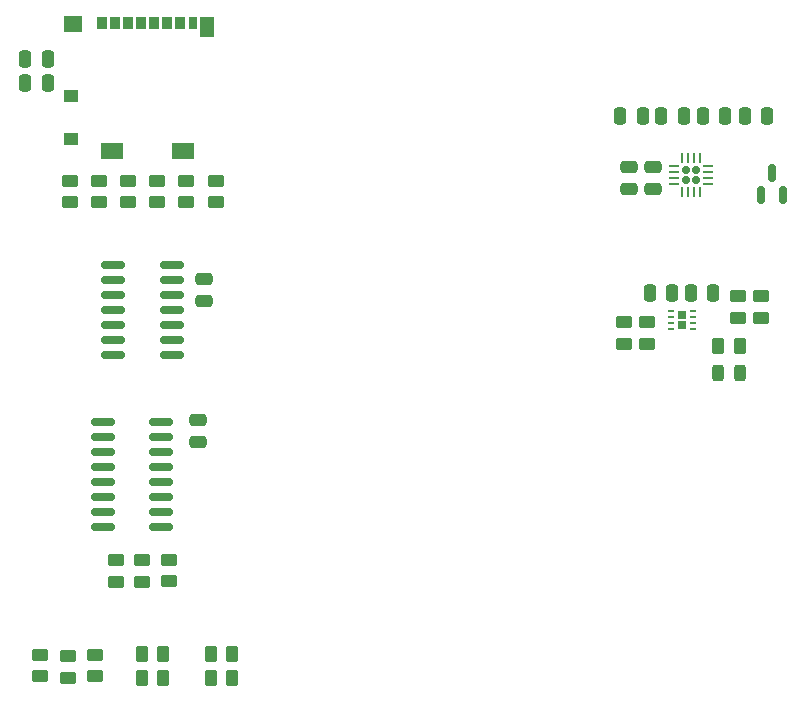
<source format=gtp>
%TF.GenerationSoftware,KiCad,Pcbnew,6.0.11-2627ca5db0~126~ubuntu22.04.1*%
%TF.CreationDate,2024-03-11T23:12:56-04:00*%
%TF.ProjectId,board,626f6172-642e-46b6-9963-61645f706362,rev?*%
%TF.SameCoordinates,Original*%
%TF.FileFunction,Paste,Top*%
%TF.FilePolarity,Positive*%
%FSLAX46Y46*%
G04 Gerber Fmt 4.6, Leading zero omitted, Abs format (unit mm)*
G04 Created by KiCad (PCBNEW 6.0.11-2627ca5db0~126~ubuntu22.04.1) date 2024-03-11 23:12:56*
%MOMM*%
%LPD*%
G01*
G04 APERTURE LIST*
G04 Aperture macros list*
%AMRoundRect*
0 Rectangle with rounded corners*
0 $1 Rounding radius*
0 $2 $3 $4 $5 $6 $7 $8 $9 X,Y pos of 4 corners*
0 Add a 4 corners polygon primitive as box body*
4,1,4,$2,$3,$4,$5,$6,$7,$8,$9,$2,$3,0*
0 Add four circle primitives for the rounded corners*
1,1,$1+$1,$2,$3*
1,1,$1+$1,$4,$5*
1,1,$1+$1,$6,$7*
1,1,$1+$1,$8,$9*
0 Add four rect primitives between the rounded corners*
20,1,$1+$1,$2,$3,$4,$5,0*
20,1,$1+$1,$4,$5,$6,$7,0*
20,1,$1+$1,$6,$7,$8,$9,0*
20,1,$1+$1,$8,$9,$2,$3,0*%
G04 Aperture macros list end*
%ADD10RoundRect,0.250000X-0.475000X0.250000X-0.475000X-0.250000X0.475000X-0.250000X0.475000X0.250000X0*%
%ADD11RoundRect,0.243750X-0.243750X-0.456250X0.243750X-0.456250X0.243750X0.456250X-0.243750X0.456250X0*%
%ADD12RoundRect,0.250000X-0.250000X-0.475000X0.250000X-0.475000X0.250000X0.475000X-0.250000X0.475000X0*%
%ADD13RoundRect,0.250000X-0.262500X-0.450000X0.262500X-0.450000X0.262500X0.450000X-0.262500X0.450000X0*%
%ADD14RoundRect,0.250000X0.450000X-0.262500X0.450000X0.262500X-0.450000X0.262500X-0.450000X-0.262500X0*%
%ADD15RoundRect,0.250000X-0.450000X0.262500X-0.450000X-0.262500X0.450000X-0.262500X0.450000X0.262500X0*%
%ADD16RoundRect,0.150000X0.150000X-0.587500X0.150000X0.587500X-0.150000X0.587500X-0.150000X-0.587500X0*%
%ADD17RoundRect,0.160000X-0.160000X-0.160000X0.160000X-0.160000X0.160000X0.160000X-0.160000X0.160000X0*%
%ADD18RoundRect,0.062500X-0.375000X-0.062500X0.375000X-0.062500X0.375000X0.062500X-0.375000X0.062500X0*%
%ADD19RoundRect,0.062500X-0.062500X-0.375000X0.062500X-0.375000X0.062500X0.375000X-0.062500X0.375000X0*%
%ADD20RoundRect,0.250000X0.250000X0.475000X-0.250000X0.475000X-0.250000X-0.475000X0.250000X-0.475000X0*%
%ADD21R,0.850000X1.100000*%
%ADD22R,0.750000X1.100000*%
%ADD23R,1.200000X1.000000*%
%ADD24R,1.900000X1.350000*%
%ADD25R,1.170000X1.800000*%
%ADD26R,1.550000X1.350000*%
%ADD27RoundRect,0.150000X-0.825000X-0.150000X0.825000X-0.150000X0.825000X0.150000X-0.825000X0.150000X0*%
%ADD28R,0.750000X0.650000*%
%ADD29R,0.500000X0.250000*%
G04 APERTURE END LIST*
D10*
%TO.C,C11*%
X119050000Y-61800000D03*
X119050000Y-63700000D03*
%TD*%
D11*
%TO.C,D1*%
X162512500Y-69800000D03*
X164387500Y-69800000D03*
%TD*%
D12*
%TO.C,FB1*%
X161250000Y-48000000D03*
X163150000Y-48000000D03*
%TD*%
D13*
%TO.C,R12*%
X162537500Y-67525000D03*
X164362500Y-67525000D03*
%TD*%
D14*
%TO.C,R9*%
X156550000Y-67312500D03*
X156550000Y-65487500D03*
%TD*%
D13*
%TO.C,R22*%
X119587500Y-95600000D03*
X121412500Y-95600000D03*
%TD*%
%TO.C,R18*%
X113750000Y-93600000D03*
X115575000Y-93600000D03*
%TD*%
D15*
%TO.C,R20*%
X105100000Y-93612500D03*
X105100000Y-95437500D03*
%TD*%
D16*
%TO.C,Q1*%
X166150000Y-54697500D03*
X168050000Y-54697500D03*
X167100000Y-52822500D03*
%TD*%
D17*
%TO.C,U2*%
X160650000Y-53400000D03*
X159850000Y-53400000D03*
X160650000Y-52600000D03*
X159850000Y-52600000D03*
D18*
X158812500Y-52250000D03*
X158812500Y-52750000D03*
X158812500Y-53250000D03*
X158812500Y-53750000D03*
D19*
X159500000Y-54437500D03*
X160000000Y-54437500D03*
X160500000Y-54437500D03*
X161000000Y-54437500D03*
D18*
X161687500Y-53750000D03*
X161687500Y-53250000D03*
X161687500Y-52750000D03*
X161687500Y-52250000D03*
D19*
X161000000Y-51562500D03*
X160500000Y-51562500D03*
X160000000Y-51562500D03*
X159500000Y-51562500D03*
%TD*%
D20*
%TO.C,C8*%
X162150000Y-63025000D03*
X160250000Y-63025000D03*
%TD*%
D14*
%TO.C,R7*%
X107700000Y-55312500D03*
X107700000Y-53487500D03*
%TD*%
%TO.C,R3*%
X117500000Y-55325000D03*
X117500000Y-53500000D03*
%TD*%
%TO.C,R6*%
X110150000Y-55312500D03*
X110150000Y-53487500D03*
%TD*%
D10*
%TO.C,C2*%
X157000000Y-52300000D03*
X157000000Y-54200000D03*
%TD*%
D14*
%TO.C,R4*%
X115000000Y-55312500D03*
X115000000Y-53487500D03*
%TD*%
D13*
%TO.C,R17*%
X113750000Y-95600000D03*
X115575000Y-95600000D03*
%TD*%
D14*
%TO.C,R5*%
X112550000Y-55325000D03*
X112550000Y-53500000D03*
%TD*%
D10*
%TO.C,C10*%
X118550000Y-73750000D03*
X118550000Y-75650000D03*
%TD*%
D15*
%TO.C,R15*%
X113800000Y-85637500D03*
X113800000Y-87462500D03*
%TD*%
%TO.C,R14*%
X111550000Y-85637500D03*
X111550000Y-87462500D03*
%TD*%
D12*
%TO.C,FB2*%
X154250000Y-48000000D03*
X156150000Y-48000000D03*
%TD*%
D21*
%TO.C,J2*%
X110395000Y-40137500D03*
X111495000Y-40137500D03*
X112595000Y-40137500D03*
X113695000Y-40137500D03*
X114795000Y-40137500D03*
X115895000Y-40137500D03*
X116995000Y-40137500D03*
D22*
X118045000Y-40137500D03*
D23*
X107760000Y-46287500D03*
X107760000Y-49987500D03*
D24*
X111260000Y-50962500D03*
D25*
X119255000Y-40487500D03*
D24*
X117230000Y-50962500D03*
D26*
X107935000Y-40262500D03*
%TD*%
D14*
%TO.C,R2*%
X120000000Y-55312500D03*
X120000000Y-53487500D03*
%TD*%
D27*
%TO.C,U5*%
X110425000Y-73895000D03*
X110425000Y-75165000D03*
X110425000Y-76435000D03*
X110425000Y-77705000D03*
X110425000Y-78975000D03*
X110425000Y-80245000D03*
X110425000Y-81515000D03*
X110425000Y-82785000D03*
X115375000Y-82785000D03*
X115375000Y-81515000D03*
X115375000Y-80245000D03*
X115375000Y-78975000D03*
X115375000Y-77705000D03*
X115375000Y-76435000D03*
X115375000Y-75165000D03*
X115375000Y-73895000D03*
%TD*%
D14*
%TO.C,R8*%
X154550000Y-67312500D03*
X154550000Y-65487500D03*
%TD*%
D12*
%TO.C,C7*%
X156750000Y-63025000D03*
X158650000Y-63025000D03*
%TD*%
D15*
%TO.C,R10*%
X166200000Y-63275000D03*
X166200000Y-65100000D03*
%TD*%
D20*
%TO.C,C4*%
X159650000Y-48000000D03*
X157750000Y-48000000D03*
%TD*%
D13*
%TO.C,R23*%
X119587500Y-93600000D03*
X121412500Y-93600000D03*
%TD*%
D20*
%TO.C,C5*%
X105770000Y-43180000D03*
X103870000Y-43180000D03*
%TD*%
D28*
%TO.C,U3*%
X159490000Y-64890000D03*
X159490000Y-65690000D03*
D29*
X158540000Y-64540000D03*
X158540000Y-65040000D03*
X158540000Y-65540000D03*
X158540000Y-66040000D03*
X160440000Y-66040000D03*
X160440000Y-65540000D03*
X160440000Y-65040000D03*
X160440000Y-64540000D03*
%TD*%
D15*
%TO.C,R19*%
X109750000Y-93625000D03*
X109750000Y-95450000D03*
%TD*%
D20*
%TO.C,C3*%
X166700000Y-48000000D03*
X164800000Y-48000000D03*
%TD*%
D15*
%TO.C,R16*%
X116050000Y-85587500D03*
X116050000Y-87412500D03*
%TD*%
D10*
%TO.C,C1*%
X155000000Y-52300000D03*
X155000000Y-54200000D03*
%TD*%
D20*
%TO.C,C6*%
X105770000Y-45240000D03*
X103870000Y-45240000D03*
%TD*%
D15*
%TO.C,R21*%
X107500000Y-93737500D03*
X107500000Y-95562500D03*
%TD*%
D27*
%TO.C,U6*%
X111325000Y-60640000D03*
X111325000Y-61910000D03*
X111325000Y-63180000D03*
X111325000Y-64450000D03*
X111325000Y-65720000D03*
X111325000Y-66990000D03*
X111325000Y-68260000D03*
X116275000Y-68260000D03*
X116275000Y-66990000D03*
X116275000Y-65720000D03*
X116275000Y-64450000D03*
X116275000Y-63180000D03*
X116275000Y-61910000D03*
X116275000Y-60640000D03*
%TD*%
D14*
%TO.C,R11*%
X164200000Y-65100000D03*
X164200000Y-63275000D03*
%TD*%
M02*

</source>
